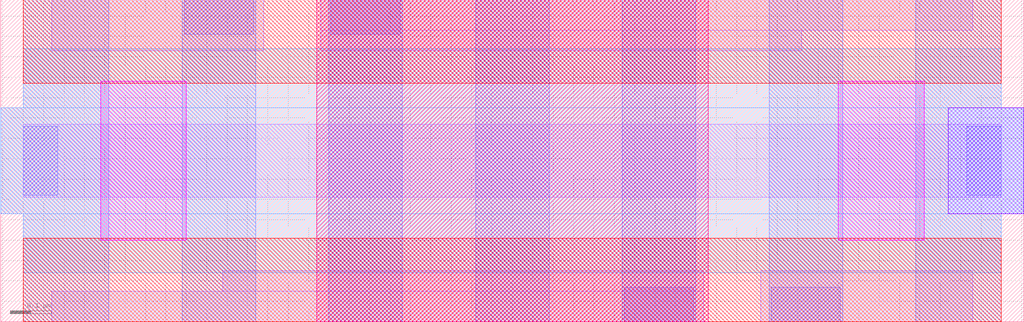
<source format=lef>
# Copyright 2020 The SkyWater PDK Authors
#
# Licensed under the Apache License, Version 2.0 (the "License");
# you may not use this file except in compliance with the License.
# You may obtain a copy of the License at
#
#     https://www.apache.org/licenses/LICENSE-2.0
#
# Unless required by applicable law or agreed to in writing, software
# distributed under the License is distributed on an "AS IS" BASIS,
# WITHOUT WARRANTIES OR CONDITIONS OF ANY KIND, either express or implied.
# See the License for the specific language governing permissions and
# limitations under the License.
#
# SPDX-License-Identifier: Apache-2.0

VERSION 5.7 ;
  NOWIREEXTENSIONATPIN ON ;
  DIVIDERCHAR "/" ;
  BUSBITCHARS "[]" ;
MACRO sky130_fd_bd_sram__sram_dp_horstrap1
  CLASS BLOCK ;
  FOREIGN sky130_fd_bd_sram__sram_dp_horstrap1 ;
  ORIGIN  0.055000  0.000000 ;
  SIZE  2.510000 BY  0.790000 ;
  OBS
    LAYER li1 ;
      RECT 0.000000 0.305000 2.400000 0.485000 ;
      RECT 0.070000 0.000000 1.670000 0.075000 ;
      RECT 0.070000 0.665000 0.590000 0.790000 ;
      RECT 0.490000 0.075000 1.670000 0.125000 ;
      RECT 0.730000 0.665000 1.910000 0.715000 ;
      RECT 0.730000 0.715000 2.330000 0.790000 ;
      RECT 1.810000 0.000000 2.330000 0.125000 ;
    LAYER mcon ;
      RECT 0.000000 0.310000 0.085000 0.480000 ;
      RECT 0.395000 0.705000 0.565000 0.790000 ;
      RECT 0.755000 0.705000 0.925000 0.790000 ;
      RECT 1.475000 0.000000 1.645000 0.085000 ;
      RECT 1.835000 0.000000 2.005000 0.085000 ;
      RECT 2.315000 0.310000 2.400000 0.480000 ;
    LAYER met1 ;
      RECT -0.055000 0.265000 0.210000 0.525000 ;
      RECT  0.000000 0.000000 0.210000 0.265000 ;
      RECT  0.000000 0.525000 0.210000 0.790000 ;
      RECT  0.390000 0.000000 0.570000 0.790000 ;
      RECT  0.750000 0.000000 0.930000 0.790000 ;
      RECT  1.110000 0.000000 1.290000 0.790000 ;
      RECT  1.470000 0.000000 1.650000 0.790000 ;
      RECT  1.830000 0.000000 2.010000 0.790000 ;
      RECT  2.190000 0.000000 2.400000 0.265000 ;
      RECT  2.190000 0.265000 2.455000 0.525000 ;
      RECT  2.190000 0.525000 2.400000 0.790000 ;
    LAYER met2 ;
      RECT -0.055000 0.265000 2.455000 0.525000 ;
      RECT  0.000000 0.120000 2.400000 0.265000 ;
      RECT  0.000000 0.525000 2.400000 0.670000 ;
    LAYER met3 ;
      RECT 0.000000 0.000000 2.400000 0.205000 ;
      RECT 0.000000 0.585000 2.400000 0.790000 ;
    LAYER nwell ;
      RECT 0.720000 0.000000 1.680000 0.790000 ;
    LAYER pwell ;
      RECT 0.190000 0.200000 0.400000 0.590000 ;
    LAYER pwell ;
      RECT 2.000000 0.200000 2.210000 0.590000 ;
    LAYER via ;
      RECT 2.270000 0.265000 2.455000 0.525000 ;
  END
END sky130_fd_bd_sram__sram_dp_horstrap1
END LIBRARY

</source>
